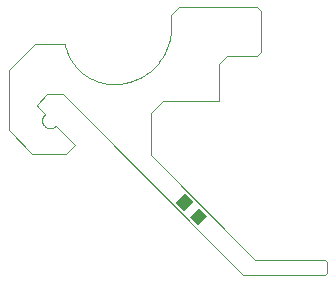
<source format=gtp>
G75*
%MOIN*%
%OFA0B0*%
%FSLAX25Y25*%
%IPPOS*%
%LPD*%
%AMOC8*
5,1,8,0,0,1.08239X$1,22.5*
%
%ADD10C,0.00394*%
%ADD11R,0.03937X0.04331*%
D10*
X0048730Y0042373D02*
X0048730Y0056535D01*
X0052719Y0060524D01*
X0071330Y0060524D01*
X0071330Y0072894D01*
X0073849Y0075413D01*
X0084033Y0075413D01*
X0085434Y0076814D01*
X0085434Y0090366D01*
X0083924Y0091875D01*
X0058038Y0091875D01*
X0055413Y0089250D01*
X0055413Y0085245D01*
X0055412Y0085245D02*
X0055406Y0084782D01*
X0055390Y0084320D01*
X0055362Y0083858D01*
X0055323Y0083397D01*
X0055272Y0082937D01*
X0055211Y0082478D01*
X0055139Y0082021D01*
X0055055Y0081566D01*
X0054961Y0081113D01*
X0054856Y0080662D01*
X0054739Y0080214D01*
X0054612Y0079769D01*
X0054475Y0079328D01*
X0054326Y0078889D01*
X0054168Y0078455D01*
X0053998Y0078024D01*
X0053819Y0077598D01*
X0053629Y0077176D01*
X0053429Y0076758D01*
X0053219Y0076346D01*
X0052999Y0075939D01*
X0052769Y0075537D01*
X0052529Y0075141D01*
X0052281Y0074751D01*
X0052022Y0074367D01*
X0051755Y0073990D01*
X0051478Y0073618D01*
X0051193Y0073254D01*
X0050899Y0072897D01*
X0050596Y0072547D01*
X0050285Y0072204D01*
X0049966Y0071869D01*
X0049639Y0071542D01*
X0049304Y0071223D01*
X0048961Y0070912D01*
X0048611Y0070609D01*
X0048254Y0070315D01*
X0047890Y0070030D01*
X0047518Y0069753D01*
X0047141Y0069486D01*
X0046757Y0069227D01*
X0046367Y0068979D01*
X0045971Y0068739D01*
X0045569Y0068509D01*
X0045162Y0068289D01*
X0044750Y0068079D01*
X0044332Y0067879D01*
X0043910Y0067689D01*
X0043484Y0067510D01*
X0043053Y0067340D01*
X0042619Y0067182D01*
X0042180Y0067033D01*
X0041739Y0066896D01*
X0041294Y0066769D01*
X0040846Y0066652D01*
X0040395Y0066547D01*
X0039942Y0066453D01*
X0039487Y0066369D01*
X0039030Y0066297D01*
X0038571Y0066236D01*
X0038111Y0066185D01*
X0037650Y0066146D01*
X0037188Y0066118D01*
X0036726Y0066102D01*
X0036263Y0066096D01*
X0019274Y0062773D02*
X0079357Y0002592D01*
X0106754Y0002592D01*
X0107296Y0003134D01*
X0107296Y0006955D01*
X0106627Y0007624D01*
X0083458Y0007624D01*
X0048730Y0042373D01*
X0023396Y0045941D02*
X0017015Y0052281D01*
X0017014Y0052281D02*
X0016947Y0052207D01*
X0016877Y0052135D01*
X0016805Y0052066D01*
X0016730Y0052000D01*
X0016652Y0051937D01*
X0016572Y0051877D01*
X0016489Y0051820D01*
X0016405Y0051766D01*
X0016319Y0051716D01*
X0016230Y0051668D01*
X0016140Y0051625D01*
X0016049Y0051584D01*
X0015956Y0051548D01*
X0015861Y0051514D01*
X0015766Y0051485D01*
X0015669Y0051459D01*
X0015571Y0051437D01*
X0015473Y0051419D01*
X0015374Y0051404D01*
X0015274Y0051393D01*
X0015174Y0051386D01*
X0015074Y0051383D01*
X0014974Y0051384D01*
X0014874Y0051388D01*
X0014774Y0051397D01*
X0014675Y0051409D01*
X0014576Y0051425D01*
X0014478Y0051445D01*
X0014381Y0051468D01*
X0014284Y0051496D01*
X0014189Y0051526D01*
X0014095Y0051561D01*
X0014003Y0051599D01*
X0013912Y0051641D01*
X0013822Y0051686D01*
X0013735Y0051734D01*
X0013649Y0051786D01*
X0013565Y0051841D01*
X0013484Y0051899D01*
X0013405Y0051960D01*
X0013328Y0052025D01*
X0012921Y0052445D01*
X0012814Y0052597D01*
X0012760Y0052680D01*
X0012708Y0052766D01*
X0012661Y0052853D01*
X0012616Y0052943D01*
X0012576Y0053034D01*
X0012539Y0053126D01*
X0012505Y0053220D01*
X0012475Y0053315D01*
X0012449Y0053411D01*
X0012427Y0053508D01*
X0012409Y0053606D01*
X0012394Y0053705D01*
X0012384Y0053804D01*
X0012377Y0053903D01*
X0012374Y0054003D01*
X0012375Y0054102D01*
X0012380Y0054202D01*
X0012389Y0054301D01*
X0012402Y0054400D01*
X0012418Y0054498D01*
X0012439Y0054595D01*
X0012463Y0054692D01*
X0012491Y0054788D01*
X0012523Y0054882D01*
X0012559Y0054975D01*
X0012598Y0055067D01*
X0012640Y0055157D01*
X0012687Y0055245D01*
X0012736Y0055331D01*
X0012789Y0055416D01*
X0012845Y0055498D01*
X0012905Y0055578D01*
X0012967Y0055656D01*
X0013033Y0055731D01*
X0013101Y0055803D01*
X0013173Y0055873D01*
X0013246Y0055940D01*
X0013323Y0056003D01*
X0013402Y0056064D01*
X0013483Y0056122D01*
X0011094Y0058554D01*
X0010519Y0059126D01*
X0014164Y0062772D01*
X0016167Y0062773D01*
X0019274Y0062773D01*
X0009859Y0079419D02*
X0001197Y0070757D01*
X0001197Y0050878D01*
X0009133Y0042942D01*
X0020397Y0042942D01*
X0021855Y0044401D01*
X0023396Y0045941D01*
X0019979Y0079419D02*
X0009859Y0079419D01*
X0019979Y0079420D02*
X0020064Y0079022D01*
X0020159Y0078626D01*
X0020264Y0078233D01*
X0020379Y0077843D01*
X0020503Y0077455D01*
X0020636Y0077071D01*
X0020779Y0076690D01*
X0020931Y0076313D01*
X0021092Y0075939D01*
X0021262Y0075570D01*
X0021442Y0075204D01*
X0021630Y0074844D01*
X0021827Y0074488D01*
X0022033Y0074137D01*
X0022247Y0073791D01*
X0022469Y0073450D01*
X0022700Y0073115D01*
X0022939Y0072786D01*
X0023186Y0072463D01*
X0023441Y0072145D01*
X0023704Y0071835D01*
X0023974Y0071530D01*
X0024251Y0071233D01*
X0024536Y0070942D01*
X0024827Y0070658D01*
X0025126Y0070382D01*
X0025431Y0070113D01*
X0025743Y0069851D01*
X0026061Y0069598D01*
X0026385Y0069352D01*
X0026715Y0069114D01*
X0027051Y0068884D01*
X0027392Y0068663D01*
X0027739Y0068450D01*
X0028091Y0068245D01*
X0028447Y0068049D01*
X0028809Y0067862D01*
X0029174Y0067684D01*
X0029544Y0067515D01*
X0029918Y0067355D01*
X0030296Y0067204D01*
X0030678Y0067063D01*
X0031063Y0066931D01*
X0031451Y0066808D01*
X0031841Y0066695D01*
X0032235Y0066592D01*
X0032631Y0066498D01*
X0033029Y0066414D01*
X0033429Y0066340D01*
X0033831Y0066275D01*
X0034234Y0066220D01*
X0034638Y0066176D01*
X0035044Y0066141D01*
X0035450Y0066116D01*
X0035856Y0066101D01*
X0036263Y0066096D01*
D11*
G36*
X0059993Y0029690D02*
X0062771Y0026902D01*
X0059705Y0023846D01*
X0056927Y0026634D01*
X0059993Y0029690D01*
G37*
G36*
X0064717Y0024949D02*
X0067495Y0022161D01*
X0064429Y0019105D01*
X0061651Y0021893D01*
X0064717Y0024949D01*
G37*
M02*

</source>
